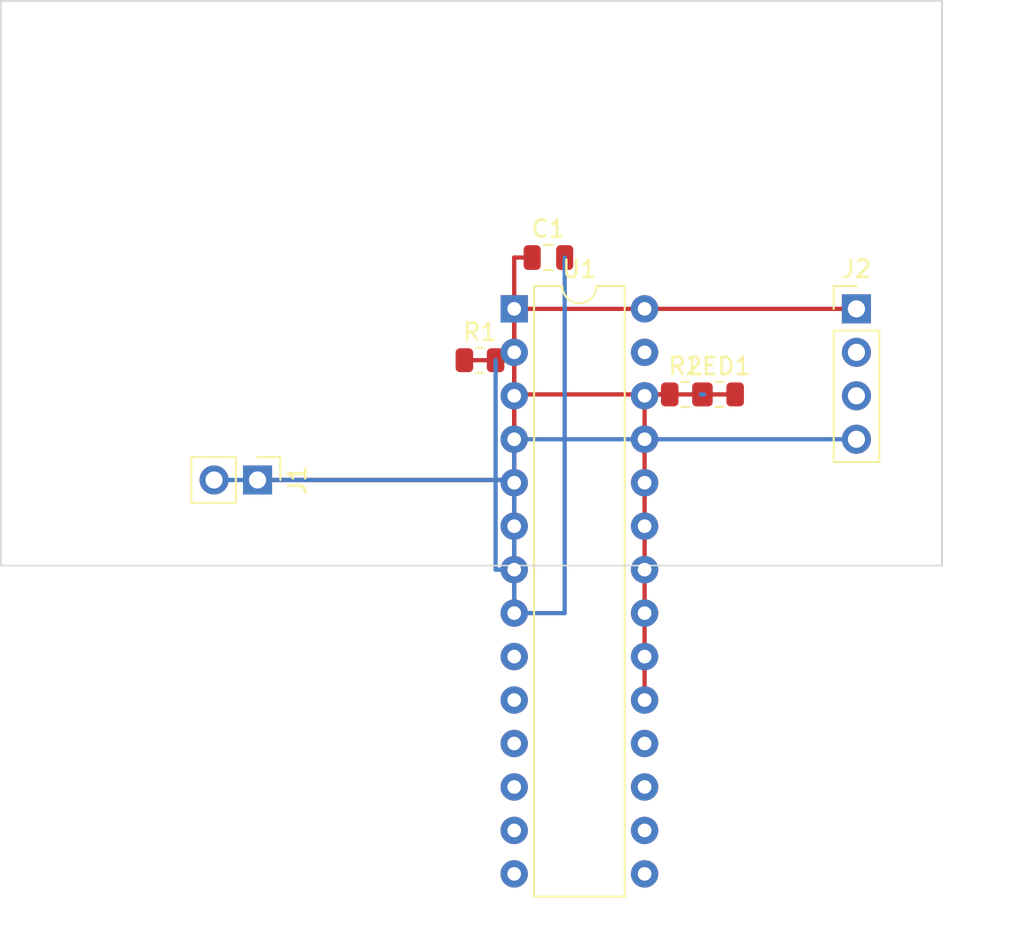
<source format=kicad_pcb>
(kicad_pcb (version 20211014) (generator pcbnew)
  (layers (0 "F.Cu" signal) (31 "B.Cu" signal) (34 "B.Paste" user) (35 "F.Paste" user) (36 "B.SilkS" user "B.Silkscreen") (37 "F.SilkS" user "F.Silkscreen") (38 "B.Mask" user) (39 "F.Mask" user) (44 "Edge.Cuts" user))
  (net 0 "")
  (footprint "R_0805_2012Metric" (layer "F.Cu") (at 28 21)
    (fp_text reference "R1" (at 0 -1.65) (layer "F.SilkS"))
    (fp_text value "10K")
    (fp_line (start -0.227064 0.735) (end 0.227064 0.735) (layer "F.SilkS") (width 0.12))
    (fp_line (start -0.227064 -0.735) (end 0.227064 -0.735) (layer "F.SilkS") (width 0.12))
    (pad "1" smd roundrect (at -0.9125 0) (size 1.025 1.4) (layers "F.Cu" "F.Paste" "F.Mask") (roundrect_rratio 0.243902))
    (pad "2" smd roundrect (at 0.9125 0) (size 1.025 1.4) (layers "F.Cu" "F.Paste" "F.Mask") (roundrect_rratio 0.243902))
  )
  (footprint "PinHeader_1x02_P2.54mm_Vertical" (layer "F.Cu") (at 15 28 -90)
    (fp_text reference "J1" (at 0 -2.33 -90) (layer "F.SilkS"))
    (fp_text value "Power Header")
    (fp_line (start -1.33 -1.33) (end 0 -1.33) (layer "F.SilkS") (width 0.12))
    (fp_line (start 1.33 1.27) (end 1.33 3.87) (layer "F.SilkS") (width 0.12))
    (fp_line (start -1.33 1.27) (end -1.33 3.87) (layer "F.SilkS") (width 0.12))
    (fp_line (start -1.33 3.87) (end 1.33 3.87) (layer "F.SilkS") (width 0.12))
    (fp_line (start -1.33 1.27) (end 1.33 1.27) (layer "F.SilkS") (width 0.12))
    (fp_line (start -1.33 0) (end -1.33 -1.33) (layer "F.SilkS") (width 0.12))
    (pad "1" thru_hole rect (at 0 0 270) (size 1.7 1.7) (drill 1) (layers *.Cu *.Mask))
    (pad "2" thru_hole oval (at 0 2.54 270) (size 1.7 1.7) (drill 1) (layers *.Cu *.Mask))
  )
  (footprint "R_0805_2012Metric" (layer "F.Cu") (at 42 23)
    (fp_text reference "LED1" (at 0 -1.65) (layer "F.SilkS"))
    (fp_text value "LED")
    (fp_line (start -0.227064 -0.735) (end 0.227064 -0.735) (layer "F.SilkS") (width 0.12))
    (fp_line (start -0.227064 0.735) (end 0.227064 0.735) (layer "F.SilkS") (width 0.12))
    (pad "1" smd roundrect (at -0.9125 0) (size 1.025 1.4) (layers "F.Cu" "F.Paste" "F.Mask") (roundrect_rratio 0.243902))
    (pad "2" smd roundrect (at 0.9125 0) (size 1.025 1.4) (layers "F.Cu" "F.Paste" "F.Mask") (roundrect_rratio 0.243902))
  )
  (footprint "PinHeader_1x04_P2.54mm_Vertical" (layer "F.Cu") (at 50 18)
    (fp_text reference "J2" (at 0 -2.33) (layer "F.SilkS"))
    (fp_text value "Ultrasonic Sensor Header")
    (fp_line (start -1.33 0) (end -1.33 -1.33) (layer "F.SilkS") (width 0.12))
    (fp_line (start 1.33 1.27) (end 1.33 8.95) (layer "F.SilkS") (width 0.12))
    (fp_line (start -1.33 8.95) (end 1.33 8.95) (layer "F.SilkS") (width 0.12))
    (fp_line (start -1.33 -1.33) (end 0 -1.33) (layer "F.SilkS") (width 0.12))
    (fp_line (start -1.33 1.27) (end -1.33 8.95) (layer "F.SilkS") (width 0.12))
    (fp_line (start -1.33 1.27) (end 1.33 1.27) (layer "F.SilkS") (width 0.12))
    (pad "1" thru_hole rect (at 0 0) (size 1.7 1.7) (drill 1) (layers *.Cu *.Mask))
    (pad "2" thru_hole oval (at 0 2.54) (size 1.7 1.7) (drill 1) (layers *.Cu *.Mask))
    (pad "3" thru_hole oval (at 0 5.08) (size 1.7 1.7) (drill 1) (layers *.Cu *.Mask))
    (pad "4" thru_hole oval (at 0 7.62) (size 1.7 1.7) (drill 1) (layers *.Cu *.Mask))
  )
  (footprint "DIP-28_W7.62mm" (layer "F.Cu") (at 30 18)
    (fp_text reference "U1" (at 3.81 -2.33) (layer "F.SilkS"))
    (fp_text value "ATmega328P")
    (fp_line (start 1.16 34.35) (end 6.46 34.35) (layer "F.SilkS") (width 0.12))
    (fp_line (start 2.81 -1.33) (end 1.16 -1.33) (layer "F.SilkS") (width 0.12))
    (fp_line (start 6.46 34.35) (end 6.46 -1.33) (layer "F.SilkS") (width 0.12))
    (fp_line (start 6.46 -1.33) (end 4.81 -1.33) (layer "F.SilkS") (width 0.12))
    (fp_line (start 1.16 -1.33) (end 1.16 34.35) (layer "F.SilkS") (width 0.12))
    (fp_arc (start 4.81 -1.33) (mid 3.81 -0.33) (end 2.81 -1.33) (layer "F.SilkS") (width 0.12))
    (pad "1" thru_hole rect (at 0 0) (size 1.6 1.6) (drill 0.8) (layers *.Cu *.Mask))
    (pad "2" thru_hole oval (at 0 2.54) (size 1.6 1.6) (drill 0.8) (layers *.Cu *.Mask))
    (pad "3" thru_hole oval (at 0 5.08) (size 1.6 1.6) (drill 0.8) (layers *.Cu *.Mask))
    (pad "4" thru_hole oval (at 0 7.62) (size 1.6 1.6) (drill 0.8) (layers *.Cu *.Mask))
    (pad "5" thru_hole oval (at 0 10.16) (size 1.6 1.6) (drill 0.8) (layers *.Cu *.Mask))
    (pad "6" thru_hole oval (at 0 12.7) (size 1.6 1.6) (drill 0.8) (layers *.Cu *.Mask))
    (pad "7" thru_hole oval (at 0 15.24) (size 1.6 1.6) (drill 0.8) (layers *.Cu *.Mask))
    (pad "8" thru_hole oval (at 0 17.78) (size 1.6 1.6) (drill 0.8) (layers *.Cu *.Mask))
    (pad "9" thru_hole oval (at 0 20.32) (size 1.6 1.6) (drill 0.8) (layers *.Cu *.Mask))
    (pad "10" thru_hole oval (at 0 22.86) (size 1.6 1.6) (drill 0.8) (layers *.Cu *.Mask))
    (pad "11" thru_hole oval (at 0 25.4) (size 1.6 1.6) (drill 0.8) (layers *.Cu *.Mask))
    (pad "12" thru_hole oval (at 0 27.94) (size 1.6 1.6) (drill 0.8) (layers *.Cu *.Mask))
    (pad "13" thru_hole oval (at 0 30.48) (size 1.6 1.6) (drill 0.8) (layers *.Cu *.Mask))
    (pad "14" thru_hole oval (at 0 33.02) (size 1.6 1.6) (drill 0.8) (layers *.Cu *.Mask))
    (pad "15" thru_hole oval (at 7.62 33.02) (size 1.6 1.6) (drill 0.8) (layers *.Cu *.Mask))
    (pad "16" thru_hole oval (at 7.62 30.48) (size 1.6 1.6) (drill 0.8) (layers *.Cu *.Mask))
    (pad "17" thru_hole oval (at 7.62 27.94) (size 1.6 1.6) (drill 0.8) (layers *.Cu *.Mask))
    (pad "18" thru_hole oval (at 7.62 25.4) (size 1.6 1.6) (drill 0.8) (layers *.Cu *.Mask))
    (pad "19" thru_hole oval (at 7.62 22.86) (size 1.6 1.6) (drill 0.8) (layers *.Cu *.Mask))
    (pad "20" thru_hole oval (at 7.62 20.32) (size 1.6 1.6) (drill 0.8) (layers *.Cu *.Mask))
    (pad "21" thru_hole oval (at 7.62 17.78) (size 1.6 1.6) (drill 0.8) (layers *.Cu *.Mask))
    (pad "22" thru_hole oval (at 7.62 15.24) (size 1.6 1.6) (drill 0.8) (layers *.Cu *.Mask))
    (pad "23" thru_hole oval (at 7.62 12.7) (size 1.6 1.6) (drill 0.8) (layers *.Cu *.Mask))
    (pad "24" thru_hole oval (at 7.62 10.16) (size 1.6 1.6) (drill 0.8) (layers *.Cu *.Mask))
    (pad "25" thru_hole oval (at 7.62 7.62) (size 1.6 1.6) (drill 0.8) (layers *.Cu *.Mask))
    (pad "26" thru_hole oval (at 7.62 5.08) (size 1.6 1.6) (drill 0.8) (layers *.Cu *.Mask))
    (pad "27" thru_hole oval (at 7.62 2.54) (size 1.6 1.6) (drill 0.8) (layers *.Cu *.Mask))
    (pad "28" thru_hole oval (at 7.62 0) (size 1.6 1.6) (drill 0.8) (layers *.Cu *.Mask))
  )
  (footprint "R_0805_2012Metric" (layer "F.Cu") (at 40 23)
    (fp_text reference "R2" (at 0 -1.65) (layer "F.SilkS"))
    (fp_text value "220")
    (fp_line (start -0.227064 -0.735) (end 0.227064 -0.735) (layer "F.SilkS") (width 0.12))
    (fp_line (start -0.227064 0.735) (end 0.227064 0.735) (layer "F.SilkS") (width 0.12))
    (pad "1" smd roundrect (at -0.9125 0) (size 1.025 1.4) (layers "F.Cu" "F.Paste" "F.Mask") (roundrect_rratio 0.243902))
    (pad "2" smd roundrect (at 0.9125 0) (size 1.025 1.4) (layers "F.Cu" "F.Paste" "F.Mask") (roundrect_rratio 0.243902))
  )
  (footprint "C_0805_2012Metric" (layer "F.Cu") (at 32 15)
    (fp_text reference "C1" (at 0 -1.68) (layer "F.SilkS"))
    (fp_text value "100nF")
    (fp_line (start -0.261252 -0.735) (end 0.261252 -0.735) (layer "F.SilkS") (width 0.12))
    (fp_line (start -0.261252 0.735) (end 0.261252 0.735) (layer "F.SilkS") (width 0.12))
    (pad "1" smd roundrect (at -0.95 0) (size 1 1.45) (layers "F.Cu" "F.Paste" "F.Mask"))
    (pad "2" smd roundrect (at 0.95 0) (size 1 1.45) (layers "F.Cu" "F.Paste" "F.Mask"))
  )
  (gr_line (start 0 33) (end 0 0) (layer "Edge.Cuts") (width 0.1))
  (gr_line (start 0 0) (end 55 0) (layer "Edge.Cuts") (width 0.1))
  (gr_line (start 55 0) (end 55 33) (layer "Edge.Cuts") (width 0.1))
  (gr_line (start 55 33) (end 0 33) (layer "Edge.Cuts") (width 0.1))
  (segment (start 37.62 23) (end 39.0875 23) (width 0.25) (layer "F.Cu") (net 0))
  (segment (start 15 28) (end 30 28) (width 0.25) (layer "F.Cu") (net 0))
  (segment (start 42.9125 23) (end 30 23) (width 0.25) (layer "F.Cu") (net 0))
  (segment (start 50 18) (end 30 18) (width 0.25) (layer "F.Cu") (net 0))
  (segment (start 30 21) (end 27.0875 21) (width 0.25) (layer "F.Cu") (net 0))
  (segment (start 30 23) (end 30 35.78) (width 0.25) (layer "F.Cu") (net 0))
  (segment (start 30 15) (end 31.05 15) (width 0.25) (layer "F.Cu") (net 0))
  (segment (start 30 33.24) (end 30 15) (width 0.25) (layer "F.Cu") (net 0))
  (segment (start 30 28) (end 30 33.24) (width 0.25) (layer "F.Cu") (net 0))
  (segment (start 30 18) (end 30 33.24) (width 0.25) (layer "F.Cu") (net 0))
  (segment (start 30 18) (end 30 21) (width 0.25) (layer "F.Cu") (net 0))
  (segment (start 37.62 40.86) (end 37.62 23) (width 0.25) (layer "F.Cu") (net 0))
  (segment (start 30 25.62) (end 30 35.78) (width 0.25) (layer "B.Cu") (net 0))
  (segment (start 32.95 35.78) (end 30 35.78) (width 0.25) (layer "B.Cu") (net 0))
  (segment (start 12.46 28) (end 30 28) (width 0.25) (layer "B.Cu") (net 0))
  (segment (start 32.95 15) (end 32.95 35.78) (width 0.25) (layer "B.Cu") (net 0))
  (segment (start 50 25.62) (end 30 25.62) (width 0.25) (layer "B.Cu") (net 0))
  (segment (start 30 28) (end 30 35.78) (width 0.25) (layer "B.Cu") (net 0))
  (segment (start 40.9125 23) (end 41.0875 23) (width 0.25) (layer "B.Cu") (net 0))
  (segment (start 28.9125 21) (end 28.9125 33.24) (width 0.25) (layer "B.Cu") (net 0))
  (segment (start 28.9125 33.24) (end 30 33.24) (width 0.25) (layer "B.Cu") (net 0))
)
</source>
